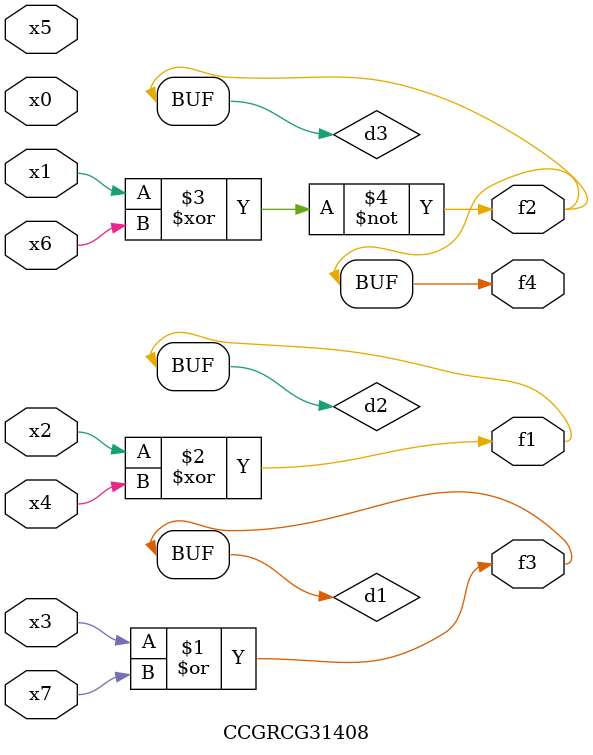
<source format=v>
module CCGRCG31408(
	input x0, x1, x2, x3, x4, x5, x6, x7,
	output f1, f2, f3, f4
);

	wire d1, d2, d3;

	or (d1, x3, x7);
	xor (d2, x2, x4);
	xnor (d3, x1, x6);
	assign f1 = d2;
	assign f2 = d3;
	assign f3 = d1;
	assign f4 = d3;
endmodule

</source>
